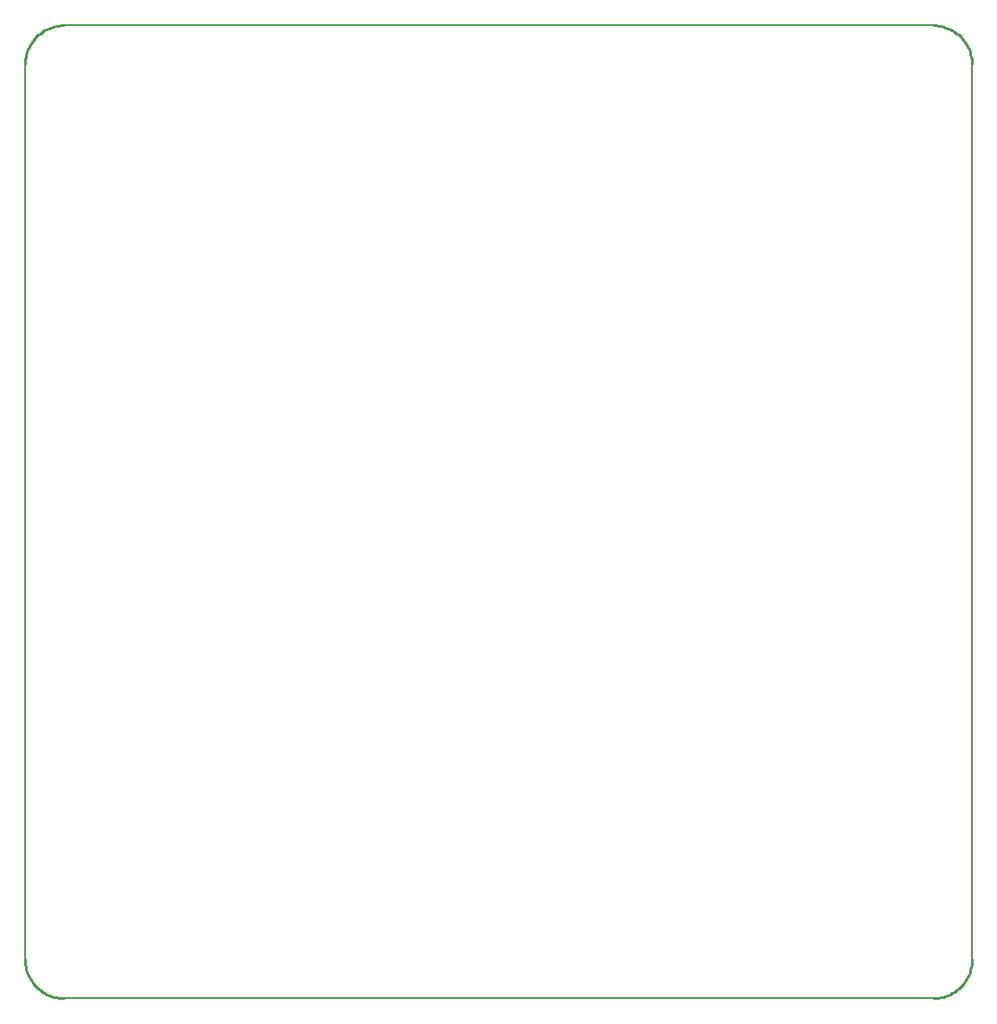
<source format=gko>
G04*
G04 #@! TF.GenerationSoftware,Altium Limited,Altium Designer,21.3.2 (30)*
G04*
G04 Layer_Color=16711935*
%FSLAX25Y25*%
%MOIN*%
G70*
G04*
G04 #@! TF.SameCoordinates,0941D6B8-9053-4ACA-ABC4-2B4951EE2B0C*
G04*
G04*
G04 #@! TF.FilePolarity,Positive*
G04*
G01*
G75*
%ADD15C,0.00800*%
%ADD16C,0.01000*%
D15*
X-0Y15000D02*
X0Y360000D01*
X15000Y-0D02*
X350000Y0D01*
X365000Y15000D02*
X365000Y360000D01*
X15000Y375000D02*
X350000D01*
D16*
X0Y15000D02*
X32Y14019D01*
X128Y13042D01*
X288Y12074D01*
X511Y11118D01*
X796Y10178D01*
X1142Y9260D01*
X1547Y8366D01*
X2010Y7500D01*
X2528Y6667D01*
X3100Y5869D01*
X3722Y5110D01*
X4393Y4393D01*
X5110Y3722D01*
X5869Y3100D01*
X6667Y2528D01*
X7500Y2010D01*
X8366Y1547D01*
X9260Y1142D01*
X10178Y796D01*
X11118Y511D01*
X12074Y288D01*
X13042Y128D01*
X14019Y32D01*
X15000Y0D01*
X350000D02*
X350981Y32D01*
X351958Y128D01*
X352926Y288D01*
X353882Y511D01*
X354822Y796D01*
X355740Y1142D01*
X356634Y1547D01*
X357500Y2010D01*
X358333Y2528D01*
X359131Y3100D01*
X359890Y3722D01*
X360607Y4393D01*
X361278Y5110D01*
X361900Y5869D01*
X362472Y6667D01*
X362990Y7500D01*
X363453Y8366D01*
X363858Y9260D01*
X364204Y10178D01*
X364489Y11118D01*
X364712Y12074D01*
X364872Y13042D01*
X364968Y14019D01*
X365000Y15000D01*
Y360000D02*
X364968Y360981D01*
X364872Y361958D01*
X364712Y362926D01*
X364489Y363882D01*
X364204Y364822D01*
X363858Y365740D01*
X363453Y366634D01*
X362990Y367500D01*
X362472Y368334D01*
X361900Y369131D01*
X361278Y369890D01*
X360607Y370607D01*
X359890Y371278D01*
X359131Y371900D01*
X358333Y372472D01*
X357500Y372990D01*
X356634Y373453D01*
X355740Y373858D01*
X354822Y374204D01*
X353882Y374489D01*
X352926Y374712D01*
X351958Y374872D01*
X350981Y374968D01*
X350000Y375000D01*
X15000Y375000D02*
X14019Y374968D01*
X13042Y374872D01*
X12074Y374712D01*
X11118Y374489D01*
X10178Y374204D01*
X9260Y373858D01*
X8366Y373453D01*
X7500Y372990D01*
X6666Y372472D01*
X5869Y371900D01*
X5110Y371278D01*
X4393Y370607D01*
X3722Y369890D01*
X3100Y369131D01*
X2528Y368334D01*
X2010Y367500D01*
X1547Y366634D01*
X1142Y365740D01*
X796Y364822D01*
X511Y363882D01*
X288Y362926D01*
X128Y361958D01*
X32Y360981D01*
X0Y360000D01*
M02*

</source>
